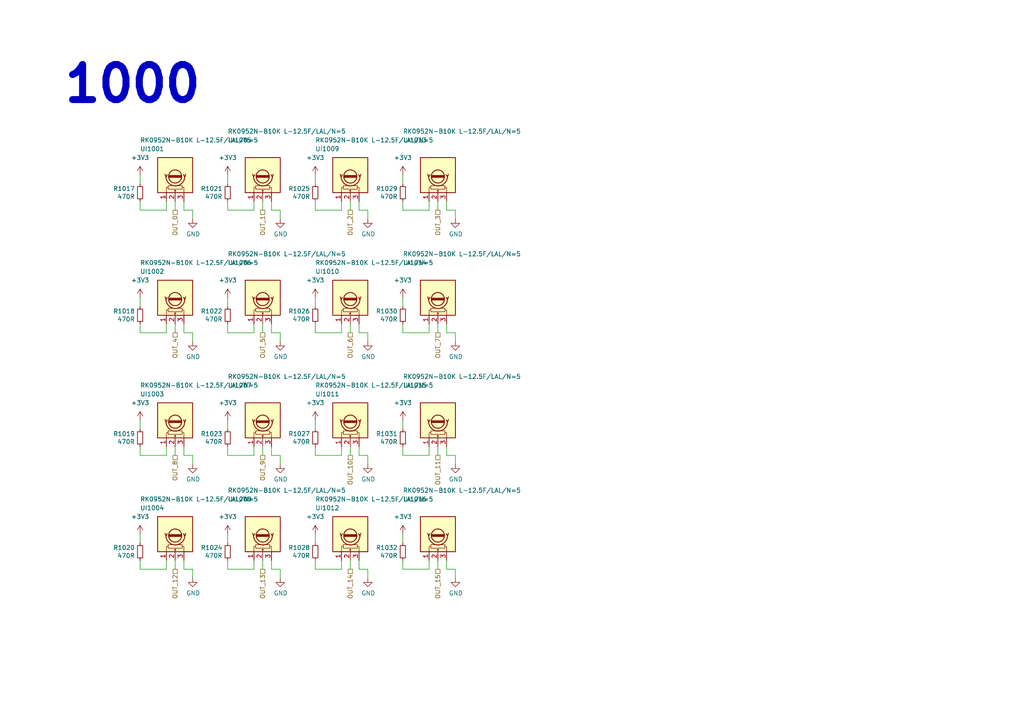
<source format=kicad_sch>
(kicad_sch (version 20231120) (generator "eeschema") (generator_version "8.0")
  (paper "A4")
  (lib_symbols
    (symbol "power:+3V3" (power) (pin_names (offset 0))
      (property "Value" "+3V3" (at 0 3.556 0))
      (symbol "+3V3_0_1"
        (polyline (pts (xy -0.762 1.27) (xy 0 2.54)))
        (polyline (pts (xy 0 0) (xy 0 2.54)))
        (polyline (pts (xy 0 2.54) (xy 0.762 1.27)))
      )
      (symbol "+3V3_1_1"
        (pin power_in line (at 0 0 90) (length 0) hide (name "+3V3") (number "1"))
      )
    )
    (symbol "power:GND" (power) (pin_names (offset 0))
      (property "Value" "GND" (at 0 -3.81 0))
      (symbol "GND_0_1"
        (polyline (pts (xy 0 0) (xy 0 -1.27) (xy 1.27 -1.27) (xy 0 -2.54) (xy -1.27 -1.27) (xy 0 -1.27)))
      )
      (symbol "GND_1_1"
        (pin power_in line (at 0 0 270) (length 0) hide (name "GND") (number "1"))
      )
    )
    (symbol "suku_basics:RES" (pin_numbers hide) (pin_names (offset 0.254) hide)
      (property "Reference" "R" (at 0.762 0.508 0))
      (property "Value" "RES" (at 0.762 -1.016 0))
      (symbol "RES_1_1"
        (rectangle (start -0.762 1.778) (end 0.762 -1.778) (stroke (width 0.2032)))
        (pin passive line (at 0 2.54 270) (length 0.762) (name "~") (number "1"))
        (pin passive line (at 0 -2.54 90) (length 0.762) (name "~") (number "2"))
      )
    )
    (symbol "suku_basics:UI_Potentiometer" (pin_names (offset 0.254) hide)
      (property "Reference" "UI" (at 0 11.684 0))
      (property "Value" "UI_Potentiometer" (at 0 -12.7 0))
      (symbol "UI_Potentiometer_0_1"
        (rectangle (start -5.08 5.08) (end 5.08 -5.08) (stroke (width 0.254)) (fill (type background)))
        (rectangle (start -4.064 2.032) (end -3.048 -2.032))
        (circle (center -0.381 0) (radius 1.905) (stroke (width 0.254)))
        (arc (start -0.381 2.667) (mid -3.0988 -0.0635) (end -0.381 -2.794) (stroke (width 0.254)))
        (polyline (pts (xy -0.635 -1.778) (xy -0.635 1.778)) (stroke (width 0.254)))
        (polyline (pts (xy -0.381 -1.778) (xy -0.381 1.778)) (stroke (width 0.254)))
        (polyline (pts (xy -0.127 1.778) (xy -0.127 -1.778)) (stroke (width 0.254)))
        (polyline (pts (xy 0.254 -3.048) (xy -0.508 -2.794) (xy 0.127 -2.413)) (stroke (width 0.254)))
        (polyline (pts (xy 0.254 2.921) (xy -0.508 2.667) (xy 0.127 2.286)) (stroke (width 0.254)))
        (polyline (pts (xy -5.08 -2.54) (xy -3.81 -2.54) (xy -3.556 -2.54) (xy -3.556 -2.032)))
        (polyline (pts (xy -5.08 2.54) (xy -3.81 2.54) (xy -3.556 2.54) (xy -3.556 2.032)))
        (polyline (pts (xy -5.08 0) (xy -4.318 0) (xy -4.572 0.254) (xy -4.572 -0.254) (xy -4.318 0)))
      )
      (symbol "UI_Potentiometer_1_1"
        (pin passive line (at -7.62 2.54 0) (length 2.54) (name "1") (number "1"))
        (pin passive line (at -7.62 0 0) (length 2.54) (name "2") (number "2"))
        (pin passive line (at -7.62 -2.54 0) (length 2.54) (name "3") (number "3"))
        (pin no_connect line (at 0 7.62 270) (length 2.54) hide (name "4") (number "4"))
        (pin no_connect line (at 0 -7.62 90) (length 2.54) hide (name "5") (number "5"))
      )
    )
  )
  (wire (pts (xy 91.44 50.8) (xy 91.44 53.34)))
  (wire (pts (xy 81.28 99.06) (xy 81.28 96.52)))
  (wire (pts (xy 48.26 165.1) (xy 48.26 162.56)))
  (wire (pts (xy 53.34 60.96) (xy 53.34 58.42)))
  (wire (pts (xy 40.64 165.1) (xy 48.26 165.1)))
  (wire (pts (xy 66.04 60.96) (xy 73.66 60.96)))
  (wire (pts (xy 116.84 60.96) (xy 124.46 60.96)))
  (wire (pts (xy 106.68 99.06) (xy 106.68 96.52)))
  (wire (pts (xy 78.74 96.52) (xy 78.74 93.98)))
  (wire (pts (xy 124.46 60.96) (xy 124.46 58.42)))
  (wire (pts (xy 66.04 154.94) (xy 66.04 157.48)))
  (wire (pts (xy 132.08 60.96) (xy 129.54 60.96)))
  (wire (pts (xy 73.66 96.52) (xy 73.66 93.98)))
  (wire (pts (xy 55.88 63.5) (xy 55.88 60.96)))
  (wire (pts (xy 106.68 167.64) (xy 106.68 165.1)))
  (wire (pts (xy 91.44 96.52) (xy 99.06 96.52)))
  (wire (pts (xy 91.44 121.92) (xy 91.44 124.46)))
  (wire (pts (xy 106.68 134.62) (xy 106.68 132.08)))
  (wire (pts (xy 132.08 134.62) (xy 132.08 132.08)))
  (wire (pts (xy 127 60.96) (xy 127 58.42)))
  (wire (pts (xy 50.8 96.52) (xy 50.8 93.98)))
  (wire (pts (xy 76.2 132.08) (xy 76.2 129.54)))
  (wire (pts (xy 78.74 132.08) (xy 78.74 129.54)))
  (wire (pts (xy 81.28 96.52) (xy 78.74 96.52)))
  (wire (pts (xy 127 132.08) (xy 127 129.54)))
  (wire (pts (xy 99.06 132.08) (xy 99.06 129.54)))
  (wire (pts (xy 55.88 96.52) (xy 53.34 96.52)))
  (wire (pts (xy 53.34 165.1) (xy 53.34 162.56)))
  (wire (pts (xy 40.64 96.52) (xy 48.26 96.52)))
  (wire (pts (xy 132.08 167.64) (xy 132.08 165.1)))
  (wire (pts (xy 104.14 165.1) (xy 104.14 162.56)))
  (wire (pts (xy 40.64 121.92) (xy 40.64 124.46)))
  (wire (pts (xy 81.28 134.62) (xy 81.28 132.08)))
  (wire (pts (xy 48.26 96.52) (xy 48.26 93.98)))
  (wire (pts (xy 124.46 165.1) (xy 124.46 162.56)))
  (wire (pts (xy 78.74 165.1) (xy 78.74 162.56)))
  (wire (pts (xy 66.04 50.8) (xy 66.04 53.34)))
  (wire (pts (xy 99.06 96.52) (xy 99.06 93.98)))
  (wire (pts (xy 66.04 86.36) (xy 66.04 88.9)))
  (wire (pts (xy 101.6 96.52) (xy 101.6 93.98)))
  (wire (pts (xy 91.44 58.42) (xy 91.44 60.96)))
  (wire (pts (xy 81.28 132.08) (xy 78.74 132.08)))
  (wire (pts (xy 127 96.52) (xy 127 93.98)))
  (wire (pts (xy 76.2 165.1) (xy 76.2 162.56)))
  (wire (pts (xy 66.04 93.98) (xy 66.04 96.52)))
  (wire (pts (xy 101.6 132.08) (xy 101.6 129.54)))
  (wire (pts (xy 124.46 132.08) (xy 124.46 129.54)))
  (wire (pts (xy 91.44 129.54) (xy 91.44 132.08)))
  (wire (pts (xy 129.54 132.08) (xy 129.54 129.54)))
  (wire (pts (xy 40.64 50.8) (xy 40.64 53.34)))
  (wire (pts (xy 99.06 165.1) (xy 99.06 162.56)))
  (wire (pts (xy 129.54 165.1) (xy 129.54 162.56)))
  (wire (pts (xy 76.2 60.96) (xy 76.2 58.42)))
  (wire (pts (xy 73.66 165.1) (xy 73.66 162.56)))
  (wire (pts (xy 76.2 96.52) (xy 76.2 93.98)))
  (wire (pts (xy 53.34 96.52) (xy 53.34 93.98)))
  (wire (pts (xy 66.04 58.42) (xy 66.04 60.96)))
  (wire (pts (xy 66.04 132.08) (xy 73.66 132.08)))
  (wire (pts (xy 40.64 86.36) (xy 40.64 88.9)))
  (wire (pts (xy 129.54 96.52) (xy 129.54 93.98)))
  (wire (pts (xy 101.6 60.96) (xy 101.6 58.42)))
  (wire (pts (xy 40.64 60.96) (xy 48.26 60.96)))
  (wire (pts (xy 50.8 165.1) (xy 50.8 162.56)))
  (wire (pts (xy 66.04 96.52) (xy 73.66 96.52)))
  (wire (pts (xy 55.88 167.64) (xy 55.88 165.1)))
  (wire (pts (xy 132.08 99.06) (xy 132.08 96.52)))
  (wire (pts (xy 73.66 60.96) (xy 73.66 58.42)))
  (wire (pts (xy 91.44 154.94) (xy 91.44 157.48)))
  (wire (pts (xy 116.84 129.54) (xy 116.84 132.08)))
  (wire (pts (xy 132.08 165.1) (xy 129.54 165.1)))
  (wire (pts (xy 91.44 162.56) (xy 91.44 165.1)))
  (wire (pts (xy 99.06 60.96) (xy 99.06 58.42)))
  (wire (pts (xy 127 165.1) (xy 127 162.56)))
  (wire (pts (xy 104.14 60.96) (xy 104.14 58.42)))
  (wire (pts (xy 48.26 132.08) (xy 48.26 129.54)))
  (wire (pts (xy 91.44 60.96) (xy 99.06 60.96)))
  (wire (pts (xy 53.34 132.08) (xy 53.34 129.54)))
  (wire (pts (xy 40.64 93.98) (xy 40.64 96.52)))
  (wire (pts (xy 104.14 96.52) (xy 104.14 93.98)))
  (wire (pts (xy 55.88 99.06) (xy 55.88 96.52)))
  (wire (pts (xy 129.54 60.96) (xy 129.54 58.42)))
  (wire (pts (xy 40.64 129.54) (xy 40.64 132.08)))
  (wire (pts (xy 91.44 165.1) (xy 99.06 165.1)))
  (wire (pts (xy 116.84 96.52) (xy 124.46 96.52)))
  (wire (pts (xy 116.84 93.98) (xy 116.84 96.52)))
  (wire (pts (xy 116.84 165.1) (xy 124.46 165.1)))
  (wire (pts (xy 40.64 132.08) (xy 48.26 132.08)))
  (wire (pts (xy 104.14 132.08) (xy 104.14 129.54)))
  (wire (pts (xy 116.84 132.08) (xy 124.46 132.08)))
  (wire (pts (xy 81.28 63.5) (xy 81.28 60.96)))
  (wire (pts (xy 116.84 121.92) (xy 116.84 124.46)))
  (wire (pts (xy 40.64 154.94) (xy 40.64 157.48)))
  (wire (pts (xy 132.08 63.5) (xy 132.08 60.96)))
  (wire (pts (xy 91.44 86.36) (xy 91.44 88.9)))
  (wire (pts (xy 124.46 96.52) (xy 124.46 93.98)))
  (wire (pts (xy 55.88 165.1) (xy 53.34 165.1)))
  (wire (pts (xy 106.68 96.52) (xy 104.14 96.52)))
  (wire (pts (xy 81.28 165.1) (xy 78.74 165.1)))
  (wire (pts (xy 116.84 86.36) (xy 116.84 88.9)))
  (wire (pts (xy 40.64 162.56) (xy 40.64 165.1)))
  (wire (pts (xy 132.08 96.52) (xy 129.54 96.52)))
  (wire (pts (xy 66.04 165.1) (xy 73.66 165.1)))
  (wire (pts (xy 50.8 60.96) (xy 50.8 58.42)))
  (wire (pts (xy 55.88 60.96) (xy 53.34 60.96)))
  (wire (pts (xy 91.44 93.98) (xy 91.44 96.52)))
  (wire (pts (xy 106.68 165.1) (xy 104.14 165.1)))
  (wire (pts (xy 106.68 63.5) (xy 106.68 60.96)))
  (wire (pts (xy 116.84 58.42) (xy 116.84 60.96)))
  (wire (pts (xy 66.04 162.56) (xy 66.04 165.1)))
  (wire (pts (xy 91.44 132.08) (xy 99.06 132.08)))
  (wire (pts (xy 66.04 129.54) (xy 66.04 132.08)))
  (wire (pts (xy 78.74 60.96) (xy 78.74 58.42)))
  (wire (pts (xy 55.88 134.62) (xy 55.88 132.08)))
  (wire (pts (xy 81.28 167.64) (xy 81.28 165.1)))
  (wire (pts (xy 101.6 165.1) (xy 101.6 162.56)))
  (wire (pts (xy 48.26 60.96) (xy 48.26 58.42)))
  (wire (pts (xy 132.08 132.08) (xy 129.54 132.08)))
  (wire (pts (xy 50.8 132.08) (xy 50.8 129.54)))
  (wire (pts (xy 81.28 60.96) (xy 78.74 60.96)))
  (wire (pts (xy 116.84 154.94) (xy 116.84 157.48)))
  (wire (pts (xy 106.68 60.96) (xy 104.14 60.96)))
  (wire (pts (xy 106.68 132.08) (xy 104.14 132.08)))
  (wire (pts (xy 73.66 132.08) (xy 73.66 129.54)))
  (wire (pts (xy 116.84 162.56) (xy 116.84 165.1)))
  (wire (pts (xy 66.04 121.92) (xy 66.04 124.46)))
  (wire (pts (xy 40.64 58.42) (xy 40.64 60.96)))
  (wire (pts (xy 116.84 50.8) (xy 116.84 53.34)))
  (wire (pts (xy 55.88 132.08) (xy 53.34 132.08)))
  (text "1000" (at 17.78 30.48 0) (effects (font (size 10.16 10.16) (thickness 2.032) (bold yes)) (justify left bottom)))
  (hierarchical_label "OUT_10" (shape passive) (at 101.6 132.08 270))
  (hierarchical_label "OUT_11" (shape passive) (at 127 132.08 270))
  (hierarchical_label "OUT_15" (shape passive) (at 127 165.1 270))
  (hierarchical_label "OUT_4" (shape passive) (at 50.8 96.52 270))
  (hierarchical_label "OUT_3" (shape passive) (at 127 60.96 270))
  (hierarchical_label "OUT_9" (shape passive) (at 76.2 132.08 270))
  (hierarchical_label "OUT_7" (shape passive) (at 127 96.52 270))
  (hierarchical_label "OUT_8" (shape passive) (at 50.8 132.08 270))
  (hierarchical_label "OUT_2" (shape passive) (at 101.6 60.96 270))
  (hierarchical_label "OUT_6" (shape passive) (at 101.6 96.52 270))
  (hierarchical_label "OUT_1" (shape passive) (at 76.2 60.96 270))
  (hierarchical_label "OUT_12" (shape passive) (at 50.8 165.1 270))
  (hierarchical_label "OUT_5" (shape passive) (at 76.2 96.52 270))
  (hierarchical_label "OUT_0" (shape passive) (at 50.8 60.96 270))
  (hierarchical_label "OUT_14" (shape passive) (at 101.6 165.1 270))
  (hierarchical_label "OUT_13" (shape passive) (at 76.2 165.1 270))
  (symbol (lib_id "suku_basics:UI_Potentiometer") (at 50.8 50.8 90) (unit 1)
    (property "Reference" "UI1001" (at 40.64 43.18 90) (effects (justify right)))
    (property "Value" "RK0952N-B10K L-12.5F/LAL/N=5" (at 40.64 40.64 90) (effects (justify right)))
    (property "Footprint" "suku_basics:UI_POT_SONGHUEI" (effects (hide yes)))
  )
  (symbol (lib_id "suku_basics:UI_Potentiometer") (at 76.2 50.8 90) (unit 1)
    (property "Reference" "UI1005" (at 66.04 40.64 90) (effects (justify right)))
    (property "Value" "RK0952N-B10K L-12.5F/LAL/N=5" (at 66.04 38.1 90) (effects (justify right)))
    (property "Footprint" "suku_basics:UI_POT_SONGHUEI" (effects (hide yes)))
  )
  (symbol (lib_id "suku_basics:UI_Potentiometer") (at 101.6 50.8 90) (unit 1)
    (property "Reference" "UI1009" (at 91.44 43.18 90) (effects (justify right)))
    (property "Value" "RK0952N-B10K L-12.5F/LAL/N=5" (at 91.44 40.64 90) (effects (justify right)))
    (property "Footprint" "suku_basics:UI_POT_SONGHUEI" (effects (hide yes)))
  )
  (symbol (lib_id "suku_basics:UI_Potentiometer") (at 127 50.8 90) (unit 1)
    (property "Reference" "UI1013" (at 116.84 40.64 90) (effects (justify right)))
    (property "Value" "RK0952N-B10K L-12.5F/LAL/N=5" (at 116.84 38.1 90) (effects (justify right)))
    (property "Footprint" "suku_basics:UI_POT_SONGHUEI" (effects (hide yes)))
  )
  (symbol (lib_id "power:GND") (at 55.88 63.5 0) (unit 1)
    (property "Reference" "#PWR01029" (effects (hide yes)))
    (property "Value" "GND" (at 56.007 67.8942 0))
  )
  (symbol (lib_id "power:GND") (at 81.28 63.5 0) (unit 1)
    (property "Reference" "#PWR01037" (effects (hide yes)))
    (property "Value" "GND" (at 81.407 67.8942 0))
  )
  (symbol (lib_id "power:GND") (at 106.68 63.5 0) (unit 1)
    (property "Reference" "#PWR01045" (effects (hide yes)))
    (property "Value" "GND" (at 106.807 67.8942 0))
  )
  (symbol (lib_id "power:GND") (at 132.08 63.5 0) (unit 1)
    (property "Reference" "#PWR01053" (effects (hide yes)))
    (property "Value" "GND" (at 132.207 67.8942 0))
  )
  (symbol (lib_id "power:+3V3") (at 40.64 154.94 0) (unit 1)
    (property "Reference" "#PWR01028" (effects (hide yes)))
    (property "Value" "+3V3" (at 40.64 149.86 0))
  )
  (symbol (lib_id "power:+3V3") (at 91.44 86.36 0) (unit 1)
    (property "Reference" "#PWR01042" (effects (hide yes)))
    (property "Value" "+3V3" (at 91.44 81.28 0))
  )
  (symbol (lib_id "power:+3V3") (at 91.44 154.94 0) (unit 1)
    (property "Reference" "#PWR01044" (effects (hide yes)))
    (property "Value" "+3V3" (at 91.44 149.86 0))
  )
  (symbol (lib_id "suku_basics:RES") (at 66.04 127 0) (mirror y) (unit 1)
    (property "Reference" "R1023" (at 64.5414 125.8316 0) (effects (justify left)))
    (property "Value" "470R" (at 64.5414 128.143 0) (effects (justify left)))
    (property "Footprint" "suku_basics:RES_0402" (effects (hide yes)))
  )
  (symbol (lib_id "suku_basics:UI_Potentiometer") (at 101.6 86.36 90) (unit 1)
    (property "Reference" "UI1010" (at 91.44 78.74 90) (effects (justify right)))
    (property "Value" "RK0952N-B10K L-12.5F/LAL/N=5" (at 91.44 76.2 90) (effects (justify right)))
    (property "Footprint" "suku_basics:UI_POT_SONGHUEI" (effects (hide yes)))
  )
  (symbol (lib_id "power:GND") (at 55.88 99.06 0) (unit 1)
    (property "Reference" "#PWR01030" (effects (hide yes)))
    (property "Value" "GND" (at 56.007 103.4542 0))
  )
  (symbol (lib_id "suku_basics:RES") (at 91.44 55.88 0) (mirror y) (unit 1)
    (property "Reference" "R1025" (at 89.9414 54.7116 0) (effects (justify left)))
    (property "Value" "470R" (at 89.9414 57.023 0) (effects (justify left)))
    (property "Footprint" "suku_basics:RES_0402" (effects (hide yes)))
  )
  (symbol (lib_id "suku_basics:RES") (at 116.84 127 0) (mirror y) (unit 1)
    (property "Reference" "R1031" (at 115.3414 125.8316 0) (effects (justify left)))
    (property "Value" "470R" (at 115.3414 128.143 0) (effects (justify left)))
    (property "Footprint" "suku_basics:RES_0402" (effects (hide yes)))
  )
  (symbol (lib_id "power:GND") (at 81.28 167.64 0) (unit 1)
    (property "Reference" "#PWR01040" (effects (hide yes)))
    (property "Value" "GND" (at 81.407 172.0342 0))
  )
  (symbol (lib_id "power:+3V3") (at 116.84 50.8 0) (unit 1)
    (property "Reference" "#PWR01049" (effects (hide yes)))
    (property "Value" "+3V3" (at 116.84 45.72 0))
  )
  (symbol (lib_id "suku_basics:UI_Potentiometer") (at 101.6 154.94 90) (unit 1)
    (property "Reference" "UI1012" (at 91.44 147.32 90) (effects (justify right)))
    (property "Value" "RK0952N-B10K L-12.5F/LAL/N=5" (at 91.44 144.78 90) (effects (justify right)))
    (property "Footprint" "suku_basics:UI_POT_SONGHUEI" (effects (hide yes)))
  )
  (symbol (lib_id "power:GND") (at 81.28 134.62 0) (unit 1)
    (property "Reference" "#PWR01039" (effects (hide yes)))
    (property "Value" "GND" (at 81.407 139.0142 0))
  )
  (symbol (lib_id "suku_basics:RES") (at 40.64 160.02 0) (mirror y) (unit 1)
    (property "Reference" "R1020" (at 39.1414 158.8516 0) (effects (justify left)))
    (property "Value" "470R" (at 39.1414 161.163 0) (effects (justify left)))
    (property "Footprint" "suku_basics:RES_0402" (effects (hide yes)))
  )
  (symbol (lib_id "power:+3V3") (at 40.64 86.36 0) (unit 1)
    (property "Reference" "#PWR01026" (effects (hide yes)))
    (property "Value" "+3V3" (at 40.64 81.28 0))
  )
  (symbol (lib_id "power:+3V3") (at 40.64 121.92 0) (unit 1)
    (property "Reference" "#PWR01027" (effects (hide yes)))
    (property "Value" "+3V3" (at 40.64 116.84 0))
  )
  (symbol (lib_id "power:GND") (at 106.68 167.64 0) (unit 1)
    (property "Reference" "#PWR01048" (effects (hide yes)))
    (property "Value" "GND" (at 106.807 172.0342 0))
  )
  (symbol (lib_id "suku_basics:UI_Potentiometer") (at 50.8 154.94 90) (unit 1)
    (property "Reference" "UI1004" (at 40.64 147.32 90) (effects (justify right)))
    (property "Value" "RK0952N-B10K L-12.5F/LAL/N=5" (at 40.64 144.78 90) (effects (justify right)))
    (property "Footprint" "suku_basics:UI_POT_SONGHUEI" (effects (hide yes)))
  )
  (symbol (lib_id "suku_basics:RES") (at 66.04 91.44 0) (mirror y) (unit 1)
    (property "Reference" "R1022" (at 64.5414 90.2716 0) (effects (justify left)))
    (property "Value" "470R" (at 64.5414 92.583 0) (effects (justify left)))
    (property "Footprint" "suku_basics:RES_0402" (effects (hide yes)))
  )
  (symbol (lib_id "power:+3V3") (at 66.04 86.36 0) (unit 1)
    (property "Reference" "#PWR01034" (effects (hide yes)))
    (property "Value" "+3V3" (at 66.04 81.28 0))
  )
  (symbol (lib_id "suku_basics:RES") (at 66.04 55.88 0) (mirror y) (unit 1)
    (property "Reference" "R1021" (at 64.5414 54.7116 0) (effects (justify left)))
    (property "Value" "470R" (at 64.5414 57.023 0) (effects (justify left)))
    (property "Footprint" "suku_basics:RES_0402" (effects (hide yes)))
  )
  (symbol (lib_id "power:GND") (at 81.28 99.06 0) (unit 1)
    (property "Reference" "#PWR01038" (effects (hide yes)))
    (property "Value" "GND" (at 81.407 103.4542 0))
  )
  (symbol (lib_id "suku_basics:UI_Potentiometer") (at 76.2 86.36 90) (unit 1)
    (property "Reference" "UI1006" (at 66.04 76.2 90) (effects (justify right)))
    (property "Value" "RK0952N-B10K L-12.5F/LAL/N=5" (at 66.04 73.66 90) (effects (justify right)))
    (property "Footprint" "suku_basics:UI_POT_SONGHUEI" (effects (hide yes)))
  )
  (symbol (lib_id "power:GND") (at 132.08 99.06 0) (unit 1)
    (property "Reference" "#PWR01054" (effects (hide yes)))
    (property "Value" "GND" (at 132.207 103.4542 0))
  )
  (symbol (lib_id "power:GND") (at 132.08 134.62 0) (unit 1)
    (property "Reference" "#PWR01055" (effects (hide yes)))
    (property "Value" "GND" (at 132.207 139.0142 0))
  )
  (symbol (lib_id "suku_basics:UI_Potentiometer") (at 76.2 121.92 90) (unit 1)
    (property "Reference" "UI1007" (at 66.04 111.76 90) (effects (justify right)))
    (property "Value" "RK0952N-B10K L-12.5F/LAL/N=5" (at 66.04 109.22 90) (effects (justify right)))
    (property "Footprint" "suku_basics:UI_POT_SONGHUEI" (effects (hide yes)))
  )
  (symbol (lib_id "power:+3V3") (at 116.84 86.36 0) (unit 1)
    (property "Reference" "#PWR01050" (effects (hide yes)))
    (property "Value" "+3V3" (at 116.84 81.28 0))
  )
  (symbol (lib_id "suku_basics:UI_Potentiometer") (at 101.6 121.92 90) (unit 1)
    (property "Reference" "UI1011" (at 91.44 114.3 90) (effects (justify right)))
    (property "Value" "RK0952N-B10K L-12.5F/LAL/N=5" (at 91.44 111.76 90) (effects (justify right)))
    (property "Footprint" "suku_basics:UI_POT_SONGHUEI" (effects (hide yes)))
  )
  (symbol (lib_id "power:+3V3") (at 91.44 50.8 0) (unit 1)
    (property "Reference" "#PWR01041" (effects (hide yes)))
    (property "Value" "+3V3" (at 91.44 45.72 0))
  )
  (symbol (lib_id "suku_basics:UI_Potentiometer") (at 50.8 121.92 90) (unit 1)
    (property "Reference" "UI1003" (at 40.64 114.3 90) (effects (justify right)))
    (property "Value" "RK0952N-B10K L-12.5F/LAL/N=5" (at 40.64 111.76 90) (effects (justify right)))
    (property "Footprint" "suku_basics:UI_POT_SONGHUEI" (effects (hide yes)))
  )
  (symbol (lib_id "power:+3V3") (at 66.04 121.92 0) (unit 1)
    (property "Reference" "#PWR01035" (effects (hide yes)))
    (property "Value" "+3V3" (at 66.04 116.84 0))
  )
  (symbol (lib_id "suku_basics:RES") (at 40.64 91.44 0) (mirror y) (unit 1)
    (property "Reference" "R1018" (at 39.1414 90.2716 0) (effects (justify left)))
    (property "Value" "470R" (at 39.1414 92.583 0) (effects (justify left)))
    (property "Footprint" "suku_basics:RES_0402" (effects (hide yes)))
  )
  (symbol (lib_id "power:+3V3") (at 116.84 154.94 0) (unit 1)
    (property "Reference" "#PWR01052" (effects (hide yes)))
    (property "Value" "+3V3" (at 116.84 149.86 0))
  )
  (symbol (lib_id "suku_basics:RES") (at 116.84 55.88 0) (mirror y) (unit 1)
    (property "Reference" "R1029" (at 115.3414 54.7116 0) (effects (justify left)))
    (property "Value" "470R" (at 115.3414 57.023 0) (effects (justify left)))
    (property "Footprint" "suku_basics:RES_0402" (effects (hide yes)))
  )
  (symbol (lib_id "suku_basics:UI_Potentiometer") (at 127 154.94 90) (unit 1)
    (property "Reference" "UI1016" (at 116.84 144.78 90) (effects (justify right)))
    (property "Value" "RK0952N-B10K L-12.5F/LAL/N=5" (at 116.84 142.24 90) (effects (justify right)))
    (property "Footprint" "suku_basics:UI_POT_SONGHUEI" (effects (hide yes)))
  )
  (symbol (lib_id "suku_basics:RES") (at 91.44 91.44 0) (mirror y) (unit 1)
    (property "Reference" "R1026" (at 89.9414 90.2716 0) (effects (justify left)))
    (property "Value" "470R" (at 89.9414 92.583 0) (effects (justify left)))
    (property "Footprint" "suku_basics:RES_0402" (effects (hide yes)))
  )
  (symbol (lib_id "power:GND") (at 55.88 134.62 0) (unit 1)
    (property "Reference" "#PWR01031" (effects (hide yes)))
    (property "Value" "GND" (at 56.007 139.0142 0))
  )
  (symbol (lib_id "suku_basics:UI_Potentiometer") (at 76.2 154.94 90) (unit 1)
    (property "Reference" "UI1008" (at 66.04 144.78 90) (effects (justify right)))
    (property "Value" "RK0952N-B10K L-12.5F/LAL/N=5" (at 66.04 142.24 90) (effects (justify right)))
    (property "Footprint" "suku_basics:UI_POT_SONGHUEI" (effects (hide yes)))
  )
  (symbol (lib_id "suku_basics:RES") (at 91.44 127 0) (mirror y) (unit 1)
    (property "Reference" "R1027" (at 89.9414 125.8316 0) (effects (justify left)))
    (property "Value" "470R" (at 89.9414 128.143 0) (effects (justify left)))
    (property "Footprint" "suku_basics:RES_0402" (effects (hide yes)))
  )
  (symbol (lib_id "power:GND") (at 55.88 167.64 0) (unit 1)
    (property "Reference" "#PWR01032" (effects (hide yes)))
    (property "Value" "GND" (at 56.007 172.0342 0))
  )
  (symbol (lib_id "power:GND") (at 106.68 134.62 0) (unit 1)
    (property "Reference" "#PWR01047" (effects (hide yes)))
    (property "Value" "GND" (at 106.807 139.0142 0))
  )
  (symbol (lib_id "suku_basics:UI_Potentiometer") (at 127 121.92 90) (unit 1)
    (property "Reference" "UI1015" (at 116.84 111.76 90) (effects (justify right)))
    (property "Value" "RK0952N-B10K L-12.5F/LAL/N=5" (at 116.84 109.22 90) (effects (justify right)))
    (property "Footprint" "suku_basics:UI_POT_SONGHUEI" (effects (hide yes)))
  )
  (symbol (lib_id "power:+3V3") (at 91.44 121.92 0) (unit 1)
    (property "Reference" "#PWR01043" (effects (hide yes)))
    (property "Value" "+3V3" (at 91.44 116.84 0))
  )
  (symbol (lib_id "power:GND") (at 132.08 167.64 0) (unit 1)
    (property "Reference" "#PWR01056" (effects (hide yes)))
    (property "Value" "GND" (at 132.207 172.0342 0))
  )
  (symbol (lib_id "suku_basics:RES") (at 116.84 91.44 0) (mirror y) (unit 1)
    (property "Reference" "R1030" (at 115.3414 90.2716 0) (effects (justify left)))
    (property "Value" "470R" (at 115.3414 92.583 0) (effects (justify left)))
    (property "Footprint" "suku_basics:RES_0402" (effects (hide yes)))
  )
  (symbol (lib_id "suku_basics:RES") (at 40.64 55.88 0) (mirror y) (unit 1)
    (property "Reference" "R1017" (at 39.1414 54.7116 0) (effects (justify left)))
    (property "Value" "470R" (at 39.1414 57.023 0) (effects (justify left)))
    (property "Footprint" "suku_basics:RES_0402" (effects (hide yes)))
  )
  (symbol (lib_id "suku_basics:RES") (at 40.64 127 0) (mirror y) (unit 1)
    (property "Reference" "R1019" (at 39.1414 125.8316 0) (effects (justify left)))
    (property "Value" "470R" (at 39.1414 128.143 0) (effects (justify left)))
    (property "Footprint" "suku_basics:RES_0402" (effects (hide yes)))
  )
  (symbol (lib_id "power:+3V3") (at 66.04 50.8 0) (unit 1)
    (property "Reference" "#PWR01033" (effects (hide yes)))
    (property "Value" "+3V3" (at 66.04 45.72 0))
  )
  (symbol (lib_id "power:+3V3") (at 116.84 121.92 0) (unit 1)
    (property "Reference" "#PWR01051" (effects (hide yes)))
    (property "Value" "+3V3" (at 116.84 116.84 0))
  )
  (symbol (lib_id "suku_basics:RES") (at 91.44 160.02 0) (mirror y) (unit 1)
    (property "Reference" "R1028" (at 89.9414 158.8516 0) (effects (justify left)))
    (property "Value" "470R" (at 89.9414 161.163 0) (effects (justify left)))
    (property "Footprint" "suku_basics:RES_0402" (effects (hide yes)))
  )
  (symbol (lib_id "suku_basics:RES") (at 66.04 160.02 0) (mirror y) (unit 1)
    (property "Reference" "R1024" (at 64.5414 158.8516 0) (effects (justify left)))
    (property "Value" "470R" (at 64.5414 161.163 0) (effects (justify left)))
    (property "Footprint" "suku_basics:RES_0402" (effects (hide yes)))
  )
  (symbol (lib_id "power:GND") (at 106.68 99.06 0) (unit 1)
    (property "Reference" "#PWR01046" (effects (hide yes)))
    (property "Value" "GND" (at 106.807 103.4542 0))
  )
  (symbol (lib_id "power:+3V3") (at 40.64 50.8 0) (unit 1)
    (property "Reference" "#PWR01025" (effects (hide yes)))
    (property "Value" "+3V3" (at 40.64 45.72 0))
  )
  (symbol (lib_id "suku_basics:UI_Potentiometer") (at 127 86.36 90) (unit 1)
    (property "Reference" "UI1014" (at 116.84 76.2 90) (effects (justify right)))
    (property "Value" "RK0952N-B10K L-12.5F/LAL/N=5" (at 116.84 73.66 90) (effects (justify right)))
    (property "Footprint" "suku_basics:UI_POT_SONGHUEI" (effects (hide yes)))
  )
  (symbol (lib_id "suku_basics:UI_Potentiometer") (at 50.8 86.36 90) (unit 1)
    (property "Reference" "UI1002" (at 40.64 78.74 90) (effects (justify right)))
    (property "Value" "RK0952N-B10K L-12.5F/LAL/N=5" (at 40.64 76.2 90) (effects (justify right)))
    (property "Footprint" "suku_basics:UI_POT_SONGHUEI" (effects (hide yes)))
  )
  (symbol (lib_id "power:+3V3") (at 66.04 154.94 0) (unit 1)
    (property "Reference" "#PWR01036" (effects (hide yes)))
    (property "Value" "+3V3" (at 66.04 149.86 0))
  )
  (symbol (lib_id "suku_basics:RES") (at 116.84 160.02 0) (mirror y) (unit 1)
    (property "Reference" "R1032" (at 115.3414 158.8516 0) (effects (justify left)))
    (property "Value" "470R" (at 115.3414 161.163 0) (effects (justify left)))
    (property "Footprint" "suku_basics:RES_0402" (effects (hide yes)))
  )
)
</source>
